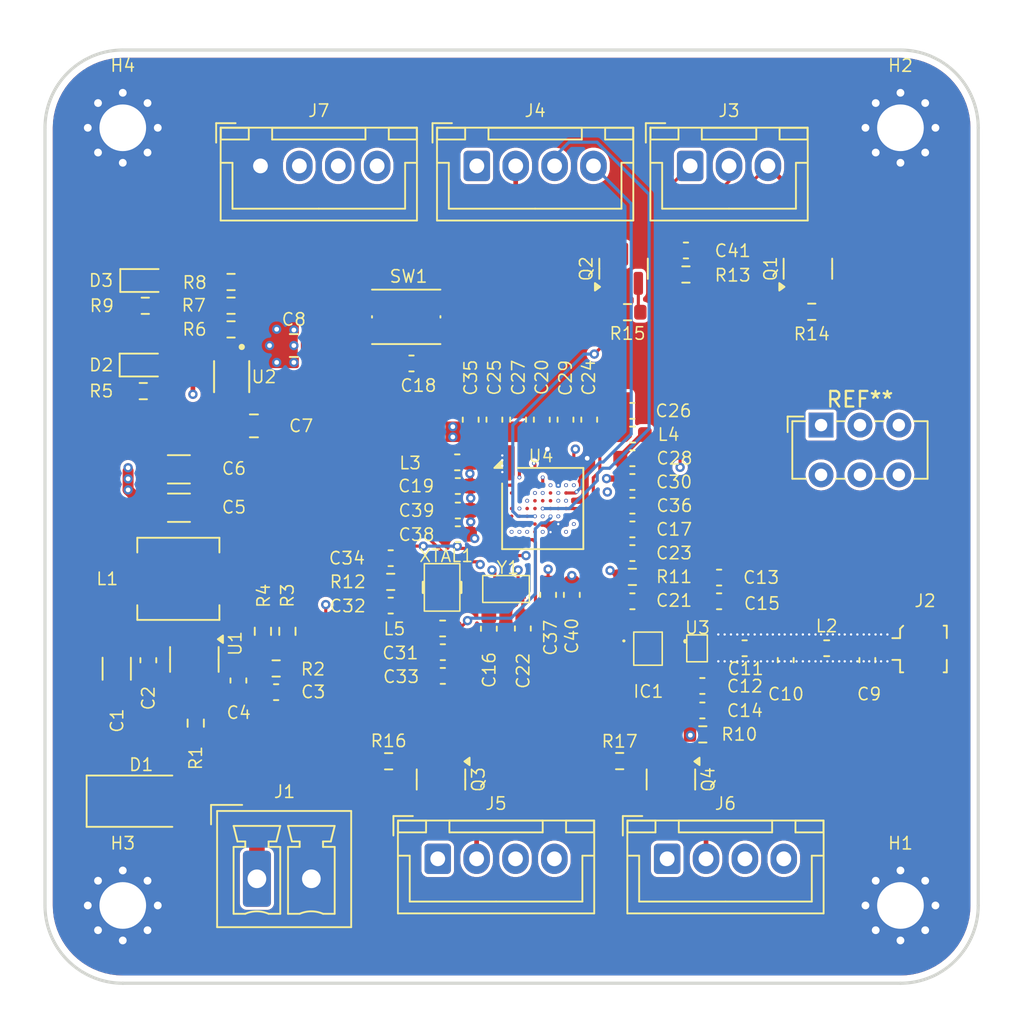
<source format=kicad_pcb>
(kicad_pcb (version 20240108) (generator "pcbnew") (generator_version "8.0")
  (layers (0 "F.Cu" signal) (1 "In1.Cu" signal) (2 "In2.Cu" signal) (31 "B.Cu" signal) (34 "B.Paste" user) (35 "F.Paste" user) (36 "B.SilkS" user "B.Silkscreen") (37 "F.SilkS" user "F.Silkscreen") (38 "B.Mask" user) (39 "F.Mask" user) (44 "Edge.Cuts" user))
  (net 0 "")
  (net 1 "GND")
  (net 2 "12V")
  (net 3 "Net-(U1-FB)")
  (net 4 "Net-(C3-Pad1)")
  (net 5 "Net-(U1-BOOT)")
  (net 6 "+5V")
  (net 7 "VDDRF")
  (net 8 "Net-(J2-In)")
  (net 9 "Net-(C10-Pad2)")
  (net 10 "Net-(U3-RFIN)")
  (net 11 "Net-(U3-VDD)")
  (net 12 "Net-(U3-CTRL)")
  (net 13 "Net-(U4-PC14)")
  (net 14 "Net-(U4-RFO_HP)")
  (net 15 "Net-(U4-NRST)")
  (net 16 "VDDPA")
  (net 17 "Net-(IC1-RFO_IN)")
  (net 18 "Net-(U4-PC15)")
  (net 19 "VREF+")
  (net 20 "PB0")
  (net 21 "Net-(XTAL1-VCC)")
  (net 22 "Net-(C34-Pad1)")
  (net 23 "XTA")
  (net 24 "Net-(D1-A)")
  (net 25 "Net-(IC1-RFO_OUT)")
  (net 26 "Net-(IC1-RFI_IN)")
  (net 27 "Net-(IC1-RFI_N_OUT)")
  (net 28 "Net-(IC1-RFI_P_OUT)")
  (net 29 "/AirLora V3/MCU/PA9_TX")
  (net 30 "/AirLora V3/MCU/PA10_RX")
  (net 31 "/AirLora V3/MCU/PA2_TX")
  (net 32 "/AirLora V3/MCU/PA3_RX")
  (net 33 "Net-(J4-Pin_2)")
  (net 34 "/AirLora V3/MCU/PB9_SDA")
  (net 35 "Net-(J5-Pin_2)")
  (net 36 "/AirLora V3/MCU/PB8_SCL")
  (net 37 "/AirLora V3/MCU/T_SWCLK")
  (net 38 "/AirLora V3/MCU/T_SWDIO")
  (net 39 "Net-(U4-VLXSMPS)")
  (net 40 "Net-(Q1-B)")
  (net 41 "Net-(Q2-B)")
  (net 42 "Net-(Q3-B)")
  (net 43 "Net-(Q4-B)")
  (net 44 "Net-(U2-PG)")
  (net 45 "Net-(U2-NC)")
  (net 46 "Net-(U4-PC13)")
  (net 47 "Net-(XTAL1-OUTPUT)")
  (net 48 "/AirLora V3/MCU/PB14_SDA")
  (net 49 "/AirLora V3/MCU/PB13_SCL")
  (net 50 "/AirLora V3/MCU/PA7")
  (net 51 "/AirLora V3/MCU/PA6")
  (net 52 "/AirLora V3/MCU/PA5")
  (net 53 "/AirLora V3/MCU/PA4")
  (net 54 "/AirLora V3/MCU/PA8")
  (net 55 "Net-(U1-EN)")
  (net 59 "VFBSMSP")
  (net 70 "/AirLora V3/MCU/T_VCP_RX")
  (net 73 "/AirLora V3/MCU/T_VCP_TX")
  (net 76 "/AirLora V3/MCU/T_JTDI")
  (net 79 "/AirLora V3/MCU/T_SWO")
  (net 80 "Net-(D2-K)")
  (net 81 "Net-(D3-K)")
  (net 82 "SW")
  (net 83 "Net-(J3-Pin_3)")
  (net 84 "/AirLora V3/MCU/PA12")
  (net 85 "Net-(J6-Pin_2)")
  (net 86 "/AirLora V3/MCU/PB2")
  (net 87 "/AirLora V3/MCU/PA11")
  (footprint "MountingHole:MountingHole_3mm_Pad_Via" (layer "F.Cu") (at 129.5005 62.9784)
    (property "Reference" "H4")
    (property "Value" "MountingHole_Pad")
  )
  (footprint "Capacitor_SMD:C_0805_2012Metric_Pad1.18x1.45mm_HandSolder" (layer "F.Cu") (at 137.932 82.1436)
    (property "Reference" "C7")
    (property "Value" "1uF")
  )
  (footprint "Button_Switch_THT:SW_E-Switch_EG1271_SPDT" (layer "F.Cu") (at 174.3964 82.0932)
    (property "Reference" "REF**")
    (property "Value" "SW_E-Switch_EG1271_SPDT")
  )
  (footprint "LED_SMD:LED_0603_1608Metric_Pad1.05x0.95mm_HandSolder" (layer "F.Cu") (at 130.9601 78.232)
    (property "Reference" "D2")
    (property "Value" "LED")
  )
  (footprint "Resistor_SMD:R_0603_1608Metric" (layer "F.Cu") (at 140.0844 95.3519 90)
    (property "Reference" "R3")
    (property "Value" "13.3K")
  )
  (footprint "Connector_JST:JST_XH_B4B-XH-A_1x04_P2.50mm_Vertical" (layer "F.Cu") (at 164.5005 109.9784)
    (property "Reference" "J6")
    (property "Value" "I2C")
  )
  (footprint "Capacitor_SMD:C_0603_1608Metric" (layer "F.Cu") (at 155.2225 95.1712 90)
    (property "Reference" "C22")
    (property "Value" "12.5pF")
  )
  (footprint "Capacitor_SMD:C_0603_1608Metric" (layer "F.Cu") (at 151.0439 87.586 180)
    (property "Reference" "C39")
    (property "Value" "100nF")
  )
  (footprint "Capacitor_SMD:C_0603_1608Metric" (layer "F.Cu") (at 166.7643 100.439798 180)
    (property "Reference" "C14")
    (property "Value" "10pF")
  )
  (footprint "Capacitor_SMD:C_0603_1608Metric" (layer "F.Cu") (at 139.3602 99.2635)
    (property "Reference" "C3")
    (property "Value" "75pF")
  )
  (footprint "Capacitor_SMD:C_0603_1608Metric" (layer "F.Cu") (at 151.0439 89.11 180)
    (property "Reference" "C38")
    (property "Value" "33pF")
  )
  (footprint "Capacitor_SMD:C_0603_1608Metric" (layer "F.Cu") (at 162.2659 81.1784)
    (property "Reference" "C26")
    (property "Value" "100nF")
  )
  (footprint "Resistor_SMD:R_0603_1608Metric" (layer "F.Cu") (at 161.9521 74.8349)
    (property "Reference" "R15")
    (property "Value" "1K")
  )
  (footprint "Capacitor_SMD:C_0603_1608Metric" (layer "F.Cu") (at 154.9177 81.744 90)
    (property "Reference" "C27")
    (property "Value" "100nF")
  )
  (footprint "footprint:NT2016SA-32M-END4263A_NDK" (layer "F.Cu") (at 150.031299 92.527999 180)
    (property "Reference" "XTAL1")
    (property "Value" "NT2016SA-32M-END4263A")
  )
  (footprint "Resistor_SMD:R_0603_1608Metric" (layer "F.Cu") (at 146.7267 92.174 180)
    (property "Reference" "R12")
    (property "Value" "220")
  )
  (footprint "Capacitor_SMD:C_0603_1608Metric" (layer "F.Cu") (at 157.9657 81.744 90)
    (property "Reference" "C29")
    (property "Value" "100nF")
  )
  (footprint "Capacitor_SMD:C_0603_1608Metric" (layer "F.Cu") (at 153.0381 95.1842 90)
    (property "Reference" "C16")
    (property "Value" "12.5pF")
  )
  (footprint "Capacitor_SMD:C_0603_1608Metric" (layer "F.Cu") (at 165.7073 70.866)
    (property "Reference" "C41")
    (property "Value" "0.1uF")
  )
  (footprint "Resistor_SMD:R_0603_1608Metric" (layer "F.Cu") (at 162.2651 91.8532)
    (property "Reference" "R11")
    (property "Value" "100")
  )
  (footprint "Package_BGA:ST_UFBGA-73_5x5mm_Layout9x9_P0.5mm" (layer "F.Cu") (at 156.5005 87.4576)
    (property "Reference" "U4")
    (property "Value" "STM32WLE5JCIx")
  )
  (footprint "Connector_JST:JST_XH_B3B-XH-A_1x03_P2.50mm_Vertical" (layer "F.Cu") (at 165.9797 65.4304)
    (property "Reference" "J3")
    (property "Value" "DHT")
  )
  (footprint "Connector_Coaxial:U.FL_Molex_MCRF_73412-0110_Vertical" (layer "F.Cu") (at 180.9781 96.4902 -90)
    (property "Reference" "J2")
    (property "Value" "Conn_Coaxial")
  )
  (footprint "Inductor_SMD:L_0603_1608Metric" (layer "F.Cu") (at 174.757 96.4394)
    (property "Reference" "L2")
    (property "Value" "8.7uH")
  )
  (footprint "Capacitor_SMD:C_0603_1608Metric" (layer "F.Cu") (at 167.8409 93.4212)
    (property "Reference" "C15")
    (property "Value" "1nF")
  )
  (footprint "Capacitor_SMD:C_0603_1608Metric" (layer "F.Cu") (at 162.2659 90.3224 180)
    (property "Reference" "C23")
    (property "Value" "47pF")
  )
  (footprint "Capacitor_SMD:C_0603_1608Metric" (layer "F.Cu") (at 169.4819 96.442598)
    (property "Reference" "C11")
    (property "Value" "33pF")
  )
  (footprint "Capacitor_SMD:C_0603_1608Metric" (layer "F.Cu") (at 148.0625 78.1304)
    (property "Reference" "C18")
    (property "Value" "100nF")
  )
  (footprint "Capacitor_SMD:C_1206_3216Metric_Pad1.33x1.80mm_HandSolder" (layer "F.Cu") (at 133.106 84.9376)
    (property "Reference" "C6")
    (property "Value" "22uF")
  )
  (footprint "Connector_Phoenix_MC:PhoenixContact_MCV_1,5_2-G-3.5_1x02_P3.50mm_Vertical" (layer "F.Cu") (at 138.1255 111.2634)
    (property "Reference" "J1")
    (property "Value" "12V")
  )
  (footprint "Resistor_SMD:R_0603_1608Metric" (layer "F.Cu") (at 134.1916 101.2569 -90)
    (property "Reference" "R1")
    (property "Value" "1k")
  )
  (footprint "Capacitor_SMD:C_0603_1608Metric" (layer "F.Cu") (at 159.4897 81.744 90)
    (property "Reference" "C24")
    (property "Value" "100nF")
  )
  (footprint "Capacitor_SMD:C_1206_3216Metric_Pad1.33x1.80mm_HandSolder" (layer "F.Cu") (at 129.1116 97.7577 -90)
    (property "Reference" "C1")
    (property "Value" "10uF")
  )
  (footprint "Capacitor_SMD:C_0603_1608Metric" (layer "F.Cu") (at 167.8409 91.8972)
    (property "Reference" "C13")
    (property "Value" "10pF")
  )
  (footprint "Resistor_SMD:R_0603_1608Metric" (layer "F.Cu") (at 138.5096 95.3519 90)
    (property "Reference" "R4")
    (property "Value" "49.9")
  )
  (footprint "Capacitor_SMD:C_0603_1608Metric" (layer "F.Cu") (at 150.0787 96.6952 180)
    (property "Reference" "C31")
    (property "Value" "10pF")
  )
  (footprint "Capacitor_SMD:C_0603_1608Metric" (layer "F.Cu") (at 146.7259 93.698)
    (property "Reference" "C32")
    (property "Value" "5.1pF")
  )
  (footprint "Capacitor_SMD:C_0603_1608Metric" (layer "F.Cu") (at 166.7643 98.864998 180)
    (property "Reference" "C12")
    (property "Value" "1nF")
  )
  (footprint "footprint:XTAL_NX2012SA-32.768K-STD-MUB-1" (layer "F.Cu") (at 154.1677 92.6312 180)
    (property "Reference" "Y1")
    (property "Value" "NX2012SA 32.768KHz")
  )
  (footprint "Inductor_SMD:L_Vishay_IHLP-2020" (layer "F.Cu") (at 133.074 91.9784 180)
    (property "Reference" "L1")
    (property "Value" "15uH")
  )
  (footprint "Capacitor_SMD:C_0603_1608Metric" (layer "F.Cu") (at 156.4417 81.744 90)
    (property "Reference" "C20")
    (property "Value" "4.7uF")
  )
  (footprint "footprint:BALFHBWL05D3" (layer "F.Cu") (at 163.2689 96.4666)
    (property "Reference" "IC1")
    (property "Value" "BALFHB-WL-05D3" (hide yes))
  )
  (footprint "footprint:BGS12SN6E6327XTSA1" (layer "F.Cu") (at 166.4225 96.447601)
    (property "Reference" "U3")
    (property "Value" "BGS12WN6E6327")
  )
  (footprint "Capacitor_SMD:C_0603_1608Metric" (layer "F.Cu") (at 153.3937 81.744 90)
    (property "Reference" "C25")
    (property "Value" "100nF")
  )
  (footprint "Capacitor_SMD:C_0805_2012Metric_Pad1.18x1.45mm_HandSolder" (layer "F.Cu") (at 140.5005 76.9784)
    (property "Reference" "C8")
    (property "Value" "1uF")
  )
  (footprint "Capacitor_SMD:C_0603_1608Metric" (layer "F.Cu") (at 158.3721 93.0086 -90)
    (property "Reference" "C40")
    (property "Value" "33pF")
  )
  (footprint "Package_TO_SOT_SMD:SOT-23" (layer "F.Cu") (at 173.5505 72.0409 90)
    (property "Reference" "Q1")
    (property "Value" "S8050")
  )
  (footprint "Resistor_SMD:R_0603_1608Metric" (layer "F.Cu") (at 136.4619 75.9408)
    (property "Reference" "R6")
    (property "Value" "10K")
  )
  (footprint "Capacitor_SMD:C_0603_1608Metric" (layer "F.Cu") (at 162.2659 87.2744)
    (property "Reference" "C36")
    (property "Value" "100nF")
  )
  (footprint "Inductor_SMD:L_0603_1608Metric" (layer "F.Cu") (at 150.0662 95.1712)
    (property "Reference" "L5")
    (property "Value" "1400R 1GHz")
  )
  (footprint "Inductor_SMD:L_0603_1608Metric" (layer "F.Cu") (at 162.2784 82.7024)
    (property "Reference" "L4")
    (property "Value" "600R@100MHz")
  )
  (footprint "Resistor_SMD:R_0603_1608Metric" (layer "F.Cu") (at 165.7073 72.4108)
    (property "Reference" "R13")
    (property "Value" "1K")
  )
  (footprint "Resistor_SMD:R_0603_1608Metric" (layer "F.Cu") (at 139.361 97.7395)
    (property "Reference" "R2")
    (property "Value" "100K")
  )
  (footprint "Connector_JST:JST_XH_B4B-XH-A_1x04_P2.50mm_Vertical" (layer "F.Cu") (at 138.3537 65.4304)
    (property "Reference" "J7")
    (property "Value" "UART2")
  )
  (footprint "footprint:TPS7A2633DRVR" (layer "F.Cu") (at 136.5005 78.9784 -90)
    (property "Reference" "U2")
    (property "Value" "TPS7A2633DRVR")
  )
  (footprint "Capacitor_SMD:C_0603_1608Metric" (layer "F.Cu") (at 162.2659 88.7984 180)
    (property "Reference" "C17")
    (property "Value" "68pF")
  )
  (footprint "Diode_SMD:D_SMA" (layer "F.Cu") (at 130.6873 106.2736)
    (property "Reference" "D1")
    (property "Value" "1N4007")
  )
  (footprint "Capacitor_SMD:C_0603_1608Metric" (layer "F.Cu") (at 136.9348 98.5145 90)
    (property "Reference" "C4")
    (property "Value" "0.1uF")
  )
  (footprint "Package_TO_SOT_SMD:SOT-23-6" (layer "F.Cu") (at 134.103 97.1608 -90)
    (property "Reference" "U1")
    (property "Value" "TPS54202DDC")
  )
  (footprint "Connector_JST:JST_XH_B4B-XH-A_1x04_P2.50mm_Vertical" (layer "F.Cu") (at 149.7505 109.9784)
    (property "Reference" "J5")
    (property "Value" "UART2")
  )
  (footprint "Capacitor_SMD:C_1206_3216Metric_Pad1.33x1.80mm_HandSolder" (layer "F.Cu") (at 133.1125 87.4064)
    (property "Reference" "C5")
    (property "Value" "22uF")
  )
  (footprint "Package_TO_SOT_SMD:SOT-23" (layer "F.Cu") (at 161.6981 72.0409 90)
    (property "Reference" "Q2")
    (property "Value" "S8050")
  )
  (footprint "MountingHole:MountingHole_3mm_Pad_Via" (layer "F.Cu") (at 179.5005 62.9784)
    (property "Reference" "H2")
    (property "Value" "MountingHole_Pad")
  )
  (footprint "Capacitor_SMD:C_0603_1608Metric" (layer "F.Cu") (at 162.2659 93.4212 180)
    (property "Reference" "C21")
    (property "Value" "100pF")
  )
  (footprint "Resistor_SMD:R_0603_1608Metric" (layer "F.Cu") (at 130.9479 74.422)
    (property "Reference" "R9")
    (property "Value" "1k")
  )
  (footprint "Capacitor_SMD:C_0603_1608Metric" (layer "F.Cu") (at 156.8481 93.0086 -90)
    (property "Reference" "C37")
    (property "Value" "33pF")
  )
  (footprint "Connector_JST:JST_XH_B4B-XH-A_1x04_P2.50mm_Vertical" (layer "F.Cu") (at 152.2637 65.4304)
    (property "Reference" "J4")
    (property "Value" "UART1")
  )
  (footprint "MountingHole:MountingHole_3mm_Pad_Via" (layer "F.Cu") (at 179.5005 112.9784)
    (property "Reference" "H1")
    (property "Value" "MountingHole_Pad")
  )
  (footprint "LED_SMD:LED_0603_1608Metric_Pad1.05x0.95mm_HandSolder" (layer "F.Cu") (at 130.9995 72.7964)
    (property "Reference" "D3")
    (property "Value" "LED")
  )
  (footprint "Capacitor_SMD:C_0603_1608Metric" (layer "F.Cu") (at 177.3713 97.204598 90)
    (property "Reference" "C9")
    (property "Value" "3.3pF")
  )
  (footprint "Capacitor_SMD:C_0603_1608Metric" (layer "F.Cu") (at 150.0787 98.2192 180)
    (property "Reference" "C33")
    (property "Value" "10pF")
  )
  (footprint "Capacitor_SMD:C_0603_1608Metric" (layer "F.Cu") (at 162.2659 85.7504)
    (property "Reference" "C30")
    (property "Value" "100nF")
  )
  (footprint "Resistor_SMD:R_0603_1608Metric" (layer "F.Cu") (at 166.7927 101.9784)
    (property "Reference" "R10")
    (property "Value" "100")
  )
  (footprint "Button_Switch_SMD:SW_Push_1P1T_NO_Vertical_Wuerth_434133025816" (layer "F.Cu") (at 147.7241 75.1332)
    (property "Reference" "SW1")
    (property "Value" "SW_Push")
  )
  (footprint "Resistor_SMD:R_0603_1608Metric" (layer "F.Cu") (at 136.4619 74.4168 180)
    (property "Reference" "R7")
    (property "Value" "1.96M")
  )
  (footprint "Package_TO_SOT_SMD:SOT-23" (layer "F.Cu") (at 164.7421 104.8789 -90)
    (property "Reference" "Q4")
    (property "Value" "S8050")
  )
  (footprint "Capacitor_SMD:C_0603_1608Metric" (layer "F.Cu") (at 162.2659 84.2264)
    (property "Reference" "C28")
    (property "Value" "4.7uF")
  )
  (footprint "MountingHole:MountingHole_3mm_Pad_Via" (layer "F.Cu") (at 129.5005 112.9784)
    (property "Reference" "H3")
    (property "Value" "MountingHole_Pad")
  )
  (footprint "Resistor_SMD:R_0603_1608Metric" (layer "F.Cu") (at 173.7969 74.8072 180)
    (property "Reference" "R14")
    (property "Value" "1K")
  )
  (footprint "Capacitor_SMD:C_0603_1608Metric" (layer "F.Cu") (at 146.7259 90.65)
    (property "Reference" "C34")
    (property "Value" "10pF")
  )
  (footprint "Capacitor_SMD:C_0603_1608Metric" (layer "F.Cu") (at 151.8697 81.747 90)
    (property "Reference" "C35")
    (property "Value" "4.7uF")
  )
  (footprint "Capacitor_SMD:C_0603_1608Metric_Pad1.08x0.95mm_HandSolder" (layer "F.Cu") (at 151.0061 84.4872 180)
    (property "Reference" "L3")
    (property "Value" "15uH")
  )
  (footprint "Resistor_SMD:R_0603_1608Metric" (layer "F.Cu") (at 136.4619 72.8928 180)
    (property "Reference" "R8")
    (property "Value" "1.18M")
  )
  (footprint "Capacitor_SMD:C_0603_1608Metric" (layer "F.Cu") (at 172.1235 97.204598 90)
    (property "Reference" "C10")
    (property "Value" "3.3pF")
  )
  (footprint "Capacitor_SMD:C_0603_1608Metric" (layer "F.Cu") (at 131.1436 97.2119 -90)
    (property "Reference" "C2")
    (property "Value" "0.1uF")
  )
  (footprint "Resistor_SMD:R_0603_1608Metric" (layer "F.Cu") (at 161.4465 103.6966)
    (property "Reference" "R17")
    (property "Value" "1K")
  )
  (footprint "Resistor_SMD:R_0603_1608Metric" (layer "F.Cu") (at 130.8199 79.9084)
    (property "Reference" "R5")
    (property "Value" "1k")
  )
  (footprint "Resistor_SMD:R_0603_1608Metric" (layer "F.Cu") (at 146.5943 103.708)
    (property "Reference" "R16")
    (property "Value" "1K")
  )
  (footprint "Package_TO_SOT_SMD:SOT-23" (layer "F.Cu") (at 149.9593 104.8789 -90)
    (property "Reference" "Q3")
    (property "Value" "S8050")
  )
  (footprint "Capacitor_SMD:C_0603_1608Metric" (layer "F.Cu") (at 151.0439 86.0112 180)
    (property "Reference" "C19")
    (property "Value" "470nF")
  )
  (gr_line (start 179.5005 57.9784) (end 129.5005 57.9784) (stroke (width 0.2)) (layer "Edge.Cuts"))
  (gr_line (start 184.5005 112.9784) (end 184.5005 62.9784) (stroke (width 0.2)) (layer "Edge.Cuts"))
  (gr_arc (start 184.5005 112.9784) (mid 183.036034 116.513934) (end 179.5005 117.9784) (stroke (width 0.2)) (layer "Edge.Cuts"))
  (gr_arc (start 124.5005 62.9784) (mid 125.964966 59.442866) (end 129.5005 57.9784) (stroke (width 0.2)) (layer "Edge.Cuts"))
  (gr_arc (start 179.5005 57.9784) (mid 183.036034 59.442866) (end 184.5005 62.9784) (stroke (width 0.2)) (layer "Edge.Cuts"))
  (gr_arc (start 129.5005 117.9784) (mid 125.964966 116.513934) (end 124.5005 112.9784) (stroke (width 0.2)) (layer "Edge.Cuts"))
  (gr_line (start 124.5005 62.9784) (end 124.5005 112.9784) (stroke (width 0.2)) (layer "Edge.Cuts"))
  (gr_line (start 129.5005 117.9784) (end 179.5005 117.9784) (stroke (width 0.2)) (layer "Edge.Cuts"))
  (segment (start 159.3596 84.2264) (end 159.3596 84.4296) (width 0.2) (layer "F.Cu") (net 1))
  (segment (start 157.5005 88.4576) (end 156.5005 88.4576) (width 0.2) (layer "F.Cu") (net 1))
  (segment (start 159.3596 85.301886) (end 159.3596 84.2264) (width 0.2) (layer "F.Cu") (net 1))
  (segment (start 158.762 86.9576) (end 159.353765 86.365835) (width 0.2) (layer "F.Cu") (net 1))
  (segment (start 159.353765 85.307721) (end 159.3596 85.301886) (width 0.2) (layer "F.Cu") (net 1))
  (segment (start 157.5005 88.4576) (end 158.0005 88.4576) (width 0.2) (layer "F.Cu") (net 1))
  (segment (start 159.353765 86.365835) (end 159.353765 85.307721) (width 0.2) (layer "F.Cu") (net 1))
  (segment (start 166.2193 96.447601) (end 165.947701 96.447601) (width 0.2) (layer "F.Cu") (net 1))
  (segment (start 157.0005 88.9576) (end 157.0005 88.9736) (width 0.2) (layer "F.Cu") (net 1))
  (segment (start 157.0005 88.9736) (end 157.0005 88.4576) (width 0.2) (layer "F.Cu") (net 1))
  (segment (start 158.5005 86.9576) (end 158.762 86.9576) (width 0.2) (layer "F.Cu") (net 1))
  (via (at 177.1373 97.282) (size 0.25) (drill 0.15) (layers "F.Cu" "B.Cu") (net 1))
  (via (at 170.9397 97.282) (size 0.25) (drill 0.15) (layers "F.Cu" "B.Cu") (net 1))
  (via (at 157.5005 85.9576) (size 0.25) (drill 0.15) (layers "F.Cu" "B.Cu") (net 1))
  (via (at 175.9181 97.282) (size 0.25) (drill 0.15) (layers "F.Cu" "B.Cu") (net 1))
  (via (at 170.9397 95.5548) (size 0.25) (drill 0.15) (layers "F.Cu" "B.Cu") (net 1))
  (via (at 159.3596 84.2264) (size 0.6) (drill 0.3) (layers "F.Cu" "B.Cu") (net 1))
  (via (at 168.1965 95.5548) (size 0.25) (drill 0.15) (layers "F.Cu" "B.Cu") (net 1))
  (via (at 156.7973 83.6396) (size 0.6) (drill 0.3) (layers "F.Cu" "B.Cu") (net 1))
  (via (at 168.6029 95.5548) (size 0.25) (drill 0.15) (layers "F.Cu" "B.Cu") (net 1))
  (via (at 170.5333 97.282) (size 0.25) (drill 0.15) (layers "F.Cu" "B.Cu") (net 1))
  (via (at 171.7017 97.282) (size 0.25) (drill 0.15) (layers "F.Cu" "B.Cu") (net 1))
  (via (at 177.4929 97.282) (size 0.25) (drill 0.15) (layers "F.Cu" "B.Cu") (net 1))
  (via (at 170.1269 95.5548) (size 0.25) (drill 0.15) (layers "F.Cu" "B.Cu") (net 1))
  (via (at 153.9017 84.7064) (size 0.25) (drill 0.15) (layers "F.Cu" "B.Cu") (net 1))
  (via (at 169.7205 97.282) (size 0.25) (drill 0.15) (layers "F.Cu" "B.Cu") (net 1))
  (via (at 175.1561 97.282) (size 0.25) (drill 0.15) (layers "F.Cu" "B.Cu") (net 1))
  (via (at 169.0093 95.5548) (size 0.25) (drill 0.15) (layers "F.Cu" "B.Cu") (net 1))
  (via (at 175.9181 95.5548) (size 0.25) (drill 0.15) (layers "F.Cu" "B.Cu") (net 1))
  (via (at 171.2953 95.5548) (size 0.25) (drill 0.15) (layers "F.Cu" "B.Cu") (net 1))
  (via (at 172.0573 97.282) (size 0.25) (drill 0.15) (layers "F.Cu" "B.Cu") (net 1))
  (via (at 167.7901 95.5548) (size 0.25) (drill 0.15) (layers "F.Cu" "B.Cu") (net 1))
  (via (at 174.8005 97.282) (size 0.25) (drill 0.15) (layers "F.Cu" "B.Cu") (net 1))
  (via (at 173.2257 97.282) (size 0.25) (drill 0.15) (layers "F.Cu" "B.Cu") (net 1))
  (via (at 172.4637 97.282) (size 0.25) (drill 0.15) (layers "F.Cu" "B.Cu") (net 1))
  (via (at 157.5005 88.4576) (size 0.25) (drill 0.15) (layers "F.Cu" "B.Cu") (net 1))
  (via (at 178.2549 95.5548) (size 0.25) (drill 0.15) (layers "F.Cu" "B.Cu") (net 1))
  (via (at 176.7309 97.282) (size 0.25) (drill 0.15) (layers "F.Cu" "B.Cu") (net 1))
  (via (at 172.8193 97.282) (size 0.25) (drill 0.15) (layers "F.Cu" "B.Cu") (net 1))
  (via (at 168.1965 97.282) (size 0.25) (drill 0.15) (layers "F.Cu" "B.Cu") (net 1))
  (via (at 172.0573 95.5548) (size 0.25) (drill 0.15) (layers "F.Cu" "B.Cu") (net 1))
  (via (at 172.4637 95.5548) (size 0.25) (drill 0.15) (layers "F.Cu" "B.Cu") (net 1))
  (via (at 172.8193 95.5548) (size 0.25) (drill 0.15) (layers "F.Cu" "B.Cu") (net 1))
  (via (at 170.1269 97.282) (size 0.25) (drill 0.15) (layers "F.Cu" "B.Cu") (net 1))
  (via (at 174.8005 95.5548) (size 0.25) (drill 0.15) (layers "F.Cu" "B.Cu") (net 1))
  (via (at 153.9017 85.1128) (size 0.25) (drill 0.15) (layers "F.Cu" "B.Cu") (net 1))
  (via (at 175.1561 95.5548) (size 0.25) (drill 0.15) (layers "F.Cu" "B.Cu") (net 1))
  (via (at 178.2549 97.282) (size 0.25) (drill 0.15) (layers "F.Cu" "B.Cu") (net 1))
  (via (at 174.3941 95.5548) (size 0.25) (drill 0.15) (layers "F.Cu" "B.Cu") (net 1))
  (via (at 178.6613 95.5548) (size 0.25) (drill 0.15) (layers "F.Cu" "B.Cu") (net 1))
  (via (at 176.3245 97.282) (size 0.25) (drill 0.15) (layers "F.Cu" "B.Cu") (net 1))
  (via (at 168.6029 97.282) (size 0.25) (drill 0.15) (layers "F.Cu" "B.Cu") (net 1))
  (via (at 153.9017 84.046) (size 0.25) (drill 0.15) (layers "F.Cu" "B.Cu") (net 1))
  (via (at 153.9017 84.3508) (size 0.25) (drill 0.15) (layers "F.Cu" "B.Cu") (net 1))
  (via (at 178.6613 97.282) (size 0.25) (drill 0.15) (layers "F.Cu" "B.Cu") (net 1))
  (via (at 177.1373 95.5548) (size 0.25) (drill 0.15) (layers "F.Cu" "B.Cu") (net 1))
  (via (at 169.7205 95.5548) (size 0.25) (drill 0.15) (layers "F.Cu" "B.Cu") (net 1))
  (via (at 171.7017 95.5548) (size 0.25) (drill 0.15) (layers "F.Cu" "B.Cu") (net 1))
  (via (at 170.5333 95.5548) (size 0.25) (drill 0.15) (layers "F.Cu" "B.Cu") (net 1))
  (via (at 176.3245 95.5548) (size 0.25) (drill 0.15) (layers "F.Cu" "B.Cu") (net 1))
  (via (at 169.0093 97.282) (size 0.25) (drill 0.15) (layers "F.Cu" "B.Cu") (net 1))
  (via (at 176.7309 95.5548) (size 0.25) (drill 0.15) (layers "F.Cu" "B.Cu") (net 1))
  (via (at 157.0005 88.9736) (size 0.25) (drill 0.15) (layers "F.Cu" "B.Cu") (net 1))
  (via (at 175.5625 97.282) (size 0.25) (drill 0.15) (layers "F.Cu" "B.Cu") (net 1))
  (via (at 169.3649 95.5548) (size 0.25) (drill 0.15) (layers "F.Cu" "B.Cu") (net 1))
  (via (at 171.2953 97.282) (size 0.25) (drill 0.15) (layers "F.Cu" "B.Cu") (net 1))
  (via (at 174.0385 97.282) (size 0.25) (drill 0.15) (layers "F.Cu" "B.Cu") (net 1))
  (via (at 174.0385 95.5548) (size 0.25) (drill 0.15) (layers "F.Cu" "B.Cu") (net 1))
  (via (at 173.6321 97.282) (size 0.25) (drill 0.15) (layers "F.Cu" "B.Cu") (net 1))
  (via (at 177.8993 95.5548) (size 0.25) (drill 0.15) (layers "F.Cu" "B.Cu") (net 1))
  (via (at 169.3649 97.282) (size 0.25) (drill 0.15) (layers "F.Cu" "B.Cu") (net 1))
  (via (at 177.8993 97.282) (size 0.25) (drill 0.15) (layers "F.Cu" "B.Cu") (net 1))
  (via (at 167.7901 97.282) (size 0.25) (drill 0.15) (layers "F.Cu" "B.Cu") (net 1))
  (via (at 174.3941 97.282) (size 0.25) (drill 0.15) (layers "F.Cu" "B.Cu") (net 1))
  (via (at 173.2257 95.5548) (size 0.25) (drill 0.15) (layers "F.Cu" "B.Cu") (net 1))
  (via (at 177.4929 95.5548) (size 0.25) (drill 0.15) (layers "F.Cu" "B.Cu") (net 1))
  (via (at 175.5625 95.5548) (size 0.25) (drill 0.15) (layers "F.Cu" "B.Cu") (net 1))
  (via (at 173.6321 95.5548) (size 0.25) (drill 0.15) (layers "F.Cu" "B.Cu") (net 1))
  (segment (start 126.3373 103.7844) (end 126.3373 97.8408) (width 1) (layer "F.Cu") (net 2))
  (segment (start 126.3373 97.8408) (end 126.3373 85.6488) (width 1) (layer "F.Cu") (net 2))
  (segment (start 126.3373 85.6488) (end 129.8425 82.1436) (width 1) (layer "F.Cu") (net 2))
  (segment (start 128.6873 106.1344) (end 126.3373 103.7844) (width 1) (layer "F.Cu") (net 2))
  (segment (start 129.8425 82.1436) (end 136.8945 82.1436) (width 1) (layer "F.Cu") (net 2))
  (segment (start 127.9829 96.1952) (end 129.1116 96.1952) (width 1) (layer "F.Cu") (net 2))
  (segment (start 128.6873 106.2736) (end 128.6873 106.1344) (width 1) (layer "F.Cu") (net 2))
  (segment (start 126.3373 97.8408) (end 127.9829 96.1952) (width 1) (layer "F.Cu") (net 2))
  (segment (start 140.1352 96.2277) (end 140.0844 96.1769) (width 0.2) (layer "F.Cu") (net 3))
  (segment (start 140.1352 100.5517) (end 140.1352 99.2635) (width 0.2) (layer "F.Cu") (net 3))
  (segment (start 133.733352 101.1613) (end 139.5256 101.1613) (width 0.2) (layer "F.Cu") (net 3))
  (segment (start 133.153 100.580948) (end 133.733352 101.1613) (width 0.2) (layer "F.Cu") (net 3))
  (segment (start 140.1352 99.2635) (end 140.1352 96.2277) (width 0.2) (layer "F.Cu") (net 3))
  (segment (start 133.153 98.2983) (end 133.153 100.580948) (width 0.2) (layer "F.Cu") (net 3))
  (segment (start 139.5256 101.1613) (end 140.1352 100.5517) (width 0.2) (layer "F.Cu") (net 3))
  (segment (start 138.5852 99.2635) (end 138.5852 96.2525) (width 0.2) (layer "F.Cu") (net 4))
  (segment (start 138.5852 96.2525) (end 138.5096 96.1769) (width 0.2) (layer "F.Cu") (net 4))
  (segment (start 136.9348 99.2895) (end 135.4694 99.2895) (width 0.2) (layer "F.Cu") (net 5))
  (segment (start 135.053 98.8731) (end 135.053 98.2983) (width 0.2) (layer "F.Cu") (net 5))
  (segment (start 135.4694 99.2895) (end 135.053 98.8731) (width 0.2) (layer "F.Cu") (net 5))
  (segment (start 130.9905 87.4064) (end 130.2489 86.6648) (width 0.7) (layer "F.Cu") (net 6))
  (segment (start 164.9323 70.866) (end 164.9323 66.4778) (width 0.2) (layer "F.Cu") (net 6))
  (segment (start 131.55 87.4064) (end 130.9905 87.4064) (width 0.7) (layer "F.Cu") (net 6))
  (segment (start 132.058 88.9304) (end 131.55 88.4224) (width 0.2) (layer "F.Cu") (net 6))
  (segment (start 133.2969 78.232) (end 131.8351 78.232) (width 0.3) (layer "F.Cu") (net 6))
  (segment (start 129.8425 86.2584) (end 129.8425 85.0392) (width 0.7) (layer "F.Cu") (net 6))
  (segment (start 137.6071 88.9304) (end 132.058 88.9304) (width 0.2) (layer "F.Cu") (net 6))
  (segment (start 138.5096 94.5269) (end 138.5096 89.8329) (width 0.2) (layer "F.Cu") (net 6))
  (segment (start 164.9323 66.4778) (end 165.9797 65.4304) (width 0.2) (layer "F.Cu") (net 6))
  (segment (start 134.010459 78.945559) (end 133.2969 78.232) (width 0.3) (layer "F.Cu") (net 6))
  (segment (start 130.2489 86.6648) (end 129.8425 86.2584) (width 0.7) (layer "F.Cu") (net 6))
  (segment (start 131.55 88.4224) (end 131.55 87.4064) (width 0.2) (layer "F.Cu") (net 6))
  (segment (start 138.5096 89.8329) (end 137.6071 88.9304) (width 0.2) (layer "F.Cu") (net 6))
  (segment (start 130.6475 91.9784) (end 130.6475 88.3089) (width 0.7) (layer "F.Cu") (net 6))
  (segment (start 130.6475 88.3089) (end 131.55 87.4064) (width 0.7) (layer "F.Cu") (net 6))
  (segment (start 134.010459 80.113959) (end 134.010459 78.945559) (width 0.3) (layer "F.Cu") (net 6))
  (via (at 129.8425 84.836) (size 0.6) (drill 0.3) (layers "F.Cu" "B.Cu") (net 6))
  (via (at 129.8425 86.2584) (size 0.6) (drill 0.3) (layers "F.Cu" "B.Cu") (net 6))
  (via (at 134.010459 80.113959) (size 0.6) (drill 0.3) (layers "F.Cu" "B.Cu") (net 6))
  (via (at 129.8425 85.5472) (size 0.6) (drill 0.3) (layers "F.Cu" "B.Cu") (net 6))
  (segment (start 156.8481 92.2336) (end 156.8481 91.3612) (width 0.2) (layer "F.Cu") (net 7))
  (segment (start 137.2117 77.8972) (end 137.1505 77.9584) (width 0.2) (layer "F.Cu") (net 7))
  (segment (start 139.3838 77.0584) (end 139.3453 77.0969) (width 0.3) (layer "F.Cu") (net 7))
  (segment (start 161.1353 87.2744) (end 161.4909 87.2744) (width 0.2) (layer "F.Cu") (net 7))
  (segment (start 158.0005 87.4576) (end 158.5005 87.4576) (width 0.2) (layer "F.Cu") (net 7))
  (segment (start 137.9197 71.1708) (end 138.8341 72.0852) (width 0.3) (layer "F.Cu") (net 7))
  (segment (start 158.0005 85.4576) (end 158.0005 82.5538) (width 0.2) (layer "F.Cu") (net 7))
  (segment (start 158.5005 87.4576) (end 159.9669 87.4576) (width 0.2) (layer "F.Cu") (net 7))
  (segment (start 161.2993 87.2236) (end 161.4449 87.078) (width 0.2) (layer "F.Cu") (net 7))
  (segment (start 157.5005 85.4576) (end 157.5005 82.9842) (width 0.2) (layer "F.Cu") (net 7))
  (segment (start 159.4897 82.519) (end 160.1724 83.2017) (width 0.2) (layer "F.Cu") (net 7))
  (segment (start 132.3825 71.1708) (end 137.9197 71.1708) (width 0.3) (layer "F.Cu") (net 7))
  (segment (start 131.8745 72.7964) (end 131.8745 71.6788) (width 0.3) (layer "F.Cu") (net 7))
  (segment (start 159.753765 85.473406) (end 159.753765 86.580064) (width 0.2) (layer "F.Cu") (net 7))
  (segment (start 155.0005 82.6018) (end 154.9177 82.519) (width 0.2) (layer "F.Cu") (net 7))
  (segment (start 159.9669 87.4576) (end 160.9521 87.4576) (width 0.2) (layer "F.Cu") (net 7))
  (segment (start 157.5005 82.9842) (end 157.9657 82.519) (width 0.2) (layer "F.Cu") (net 7))
  (segment (start 156.8989 91.3104) (end 156.8481 91.3612) (width 0.2) (layer "F.Cu") (net 7))
  (segment (start 137.2869 74.4168) (end 137.2869 75.9408) (width 0.2) (layer "F.Cu") (net 7))
  (segment (start 155.0005 85.4576) (end 155.0005 82.6018) (width 0.2) (layer "F.Cu") (net 7))
  (segment (start 160.1724 85.054771) (end 159.753765 85.473406) (width 0.2) (layer "F.Cu") (net 7))
  (segment (start 159.753765 86.580064) (end 160.631301 87.4576) (width 0.2) (layer "F.Cu") (net 7))
  (segment (start 160.9521 87.4576) (end 161.1353 87.2744) (width 0.2) (layer "F.Cu") (net 7))
  (segment (start 138.8341 73.7616) (end 138.1789 74.4168) (width 0.3) (layer "F.Cu") (net 7))
  (segment (start 160.1724 83.2017) (end 160.1724 85.054771) (width 0.2) (layer "F.Cu") (net 7))
  (segment (start 158.0005 82.5538) (end 157.9657 82.519) (width 0.2) (layer "F.Cu") (net 7))
  (segment (start 160.631301 87.4576) (end 160.9521 87.4576) (width 0.2) (layer "F.Cu") (net 7))
  (segment (start 138.1789 74.4168) (end 137.2869 74.4168) (width 0.3) (layer "F.Cu") (net 7))
  (segment (start 131.8745 71.6788) (end 132.3825 71.1708) (width 0.3) (layer "F.Cu") (net 7))
  (segment (start 138.8341 72.0852) (end 138.8341 73.7616) (width 0.3) (layer "F.Cu") (net 7))
  (via (at 140.5005 75.9784) (size 0.6) (drill 0.3) (layers "F.Cu" "B.Cu") (net 7))
  (via (at 165.9921 102.0292) (size 0.6) (drill 0.3) (layers "F.Cu" "B.Cu") (net 7))
  (via (at 139.3961 78.064) (size 0.6) (drill 0.3) (layers "F.Cu" "B.Cu") (net 7))
  (via (at 138.938 76.9784) (size 0.6) (drill 0.3) (layers "F.Cu" "B.Cu") (net 7))
  (via (at 155.0005 85.4576) (size 0.25) (drill 0.15) (layers "F.Cu" "B.Cu") (net 7))
  (via (at 140.5005 76.9784) (size 0.6) (drill 0.3) (layers "F.Cu" "B.Cu") (net 7))
  (via (at 140.5005 78.064) (size 0.6) (drill 0.3) (layers "F.Cu" "B.Cu") (net 7))
  (via (at 150.7213 82.1944) (size 0.6) (drill 0.3) (layers "F.Cu" "B.Cu") (net 7))
  (via (at 156.8481 91.3612) (size 0.6) (drill 0.3) (layers "F.Cu" "B.Cu") (net 7))
  (via (at 139.3961 75.9304) (size 0.6) (drill 0.3) (layers "F.Cu" "B.Cu") (net 7))
  (via (at 156.5005 88.9576) (size 0.25) (drill 0.15) (layers "F.Cu" "B.Cu") (net 7))
  (via (at 155.0005 87.4576) (size 0.25) (drill 0.15) (layers "F.Cu" "B.Cu") (net 7))
  (via (at 150.7213 82.8548) (size 0.6) (drill 0.3) (layers "F.Cu" "B.Cu") (net 7))
  (segment (start 175.5445 96.4394) (end 177.361498 96.4394) (width 0.3) (layer "F.Cu") (net 8))
  (segment (start 179.417498 96.429598) (end 179.4781 96.4902) (width 0.3) (layer "F.Cu") (net 8))
  (segment (start 177.3713 96.429598) (end 179.417498 96.429598) (width 0.3) (layer "F.Cu") (net 8))
  (segment (start 177.361498 96.4394) (end 177.3713 96.429598) (width 0.3) (layer "F.Cu") (net 8))
  (segment (start 173.952766 96.429598) (end 172.132692 96.429598) (width 0.3) (layer "F.Cu") (net 9))
  (segment (start 173.964599 96.434499) (end 173.9695 96.4394) (width 0.3) (layer "F.Cu") (net 9))
  (segment (start 172.101307 96.442598) (end 170.2569 96.442598) (width 0.3) (layer "F.Cu") (net 9))
  (arc (start 172.117 96.436098) (mid 172.1098 96.440908) (end 172.101307 96.442598) (width 0.3) (layer "F.Cu") (net 9))
  (arc (start 172.132692 96.429598) (mid 172.124199 96.431287) (end 172.117 96.436098) (width 0.3) (layer "F.Cu") (net 9))
  (arc (start 173.964599 96.434499) (mid 173.95917 96.430871) (end 173.952766 96.429598) (width 0.3) (layer "F.Cu") (net 9))
  (segment (start 166.6257 96.447601) (end 168.701897 96.447601) (width 0.2) (layer "F.Cu") (net 10))
  (segment (start 168.701897 96.447601) (end 168.7069 96.442598) (width 0.1) (layer "F.Cu") (net 10))
  (segment (start 167.4893 97.7112) (end 167.4011 97.623) (width 0.2) (layer "F.Cu") (net 11))
  (segment (start 167.6177 98.943398) (end 167.5393 98.864998) (width 0.3) (layer "F.Cu") (net 11))
  (segment (start 167.5393 98.864998) (end 167.5393 97.7612) (width 0.2) (layer "F.Cu") (net 11))
  (segment (start 167.4011 97.623) (end 166.6257 96.8476) (width 0.2) (layer "F.Cu") (net 11))
  (segment (start 167.5393 97.7612) (end 167.4011 97.623) (width 0.2) (layer "F.Cu") (net 11))
  (segment (start 167.6177 101.9784) (end 167.6177 98.943398) (width 0.3) (layer "F.Cu") (net 11))
  (segment (start 167.0659 93.4212) (end 167.0659 95.607402) (width 0.2) (layer "F.Cu") (net 12))
  (segment (start 167.022501 95.650801) (end 166.702701 95.970601) (width 0.2) (layer "F.Cu") (net 12))
  (segment (start 167.0659 91.8972) (end 163.1341 91.8972) (width 0.3) (layer "F.Cu") (net 12))
  (segment (start 163.1341 91.8972) (end 163.0901 91.8532) (width 0.3) (layer "F.Cu") (net 12))
  (segment (start 167.0659 93.4212) (end 167.0659 91.8972) (width 0.3) (layer "F.Cu") (net 12))
  (segment (start 167.0659 95.607402) (end 167.022501 95.650801) (width 0.2) (layer "F.Cu") (net 12))
  (segment (start 153.0381 94.4092) (end 153.0381 93.0108) (width 0.2) (layer "F.Cu") (net 13))
  (segment (start 153.4177 92.6312) (end 153.4177 91.59324) (width 0.2) (layer "F.Cu") (net 13))
  (segment (start 153.4177 91.59324) (end 153.23888 91.41442) (width 0.2) (layer "F.Cu") (net 13))
  (segment (start 153.0381 93.0108) (end 153.4177 92.6312) (width 0.2) (layer "F.Cu") (net 13))
  (via (at 157.0005 85.9576) (size 0.25) (drill 0.15) (layers "F.Cu" "B.Cu") (net 13))
  (via (at 153.23888 91.41442) (size 0.6) (drill 0.3) (layers "F.Cu" "B.Cu") (net 13))
  (segment (start 161.4449 90.253) (end 161.4449 88.602) (width 0.3) (layer "F.Cu") (net 14))
  (segment (start 162.1281 93.4212) (end 162.2409 93.3084) (width 0.3) (layer "F.Cu") (net 14))
  (segment (start 162.0825 93.4212) (end 161.4909 93.4212) (width 0.3) (layer "F.Cu") (net 14))
  (segment (start 161.4449 90.253) (end 162.2837 91.0918) (width 0.3) (layer "F.Cu") (net 14))
  (segment (start 161.0893 88.9576) (end 161.4449 88.602) (width 0.2) (layer "F.Cu") (net 14))
  (segment (start 162.2837 91.0918) (end 162.2837 93.2656) (width 0.3) (layer "F.Cu") (net 14))
  (segment (start 158.5005 88.9576) (end 161.0893 88.9576) (width 0.2) (layer "F.Cu") (net 14))
  (segment (start 158.5005 89.4576) (end 158.5005 88.9576) (width 0.2) (layer "F.Cu") (net 14))
  (segment (start 152.204746 90.482425) (end 150.277654 90.482425) (width 0.2) (layer "F.Cu") (net 15))
  (segment (start 148.9941 89.198871) (end 148.9941 78.287) (width 0.2) (layer "F.Cu") (net 15))
  (segment (start 145.6491 76.2082) (end 149.7741 76.2082) (width 0.4) (layer "F.Cu") (net 15))
  (segment (start 148.9941 78.287) (end 148.8375 78.1304) (width 0.2) (layer "F.Cu") (net 15))
  (segment (start 152.230771 90.4564) (end 152.204746 90.482425) (width 0.2) (layer "F.Cu") (net 15))
  (segment (start 155.426235 90.481431) (end 155.425241 90.482425) (width 0.2) (layer "F.Cu") (net 15))
  (segment (start 155.425241 90.482425) (end 152.753854 90.482425) (width 0.2) (layer "F.Cu") (net 15))
  (segment (start 150.277654 90.482425) (end 148.9941 89.198871) (width 0.2) (layer "F.Cu") (net 15))
  (segment (start 148.8375 77.1448) (end 149.7741 76.2082) (width 0.2) (layer "F.Cu") (net 15))
  (segment (start 152.753854 90.482425) (end 152.727829 90.4564) (width 0.2) (layer "F.Cu") (net 15))
  (segment (start 152.727829 90.4564) (end 152.230771 90.4564) (width 0.2) (layer "F.Cu") (net 15))
  (segment (start 148.8375 78.1304) (end 148.8375 77.1448) (width 0.2) (layer "F.Cu") (net 15))
  (via (at 156.5005 87.9576) (size 0.25) (drill 0.15) (layers "F.Cu" "B.Cu") (net 15))
  (via (at 155.426235 90.481431) (size 0.6) (drill 0.3) (layers "F.Cu" "B.Cu") (net 15))
  (segment (start 151.8697 86.7892) (end 151.8686 86.7903) (width 0.3) (layer "F.Cu") (net 16))
  (segment (start 151.8686 86.7903) (end 151.8686 88.3121) (width 0.3) (layer "F.Cu") (net 16))
  (segment (start 151.8686 88.3143) (end 151.8686 89.1249) (width 0.3) (layer "F.Cu") (net 16))
  (segment (start 151.8686 86.7881) (end 151.8697 86.7892) (width 0.3) (layer "F.Cu") (net 16))
  (segment (start 151.8686 88.3121) (end 151.8697 88.3132) (width 0.3) (layer "F.Cu") (net 16))
  (segment (start 158.3721 91.7676) (end 158.3721 92.2336) (width 0.2) (layer "F.Cu") (net 16))
  (segment (start 151.8686 84.4872) (end 151.8686 85.1647) (width 0.3) (layer "F.Cu") (net 16))
  (segment (start 151.8697 88.3132) (end 151.8686 88.3143) (width 0.3) (layer "F.Cu") (net 16))
  (segment (start 151.8686 85.1647) (end 151.8189 85.2144) (width 0.3) (layer "F.Cu") (net 16))
  (segment (start 151.8686 89.1249) (end 152.1237 89.38) (width 0.3) (layer "F.Cu") (net 16))
  (segment (start 151.8189 85.2144) (end 151.8686 85.2641) (width 0.3) (layer "F.Cu") (net 16))
  (segment (start 151.8686 85.2641) (end 151.8686 86.7881) (width 0.3) (layer "F.Cu") (net 16))
  (via (at 151.8697 88.3132) (size 0.6) (drill 0.3) (layers "F.Cu" "B.Cu") (net 16))
  (via (at 158.0005 88.9576) (size 0.25) (drill 0.15) (layers "F.Cu" "B.Cu") (net 16))
  (via (at 157.5005 87.9576) (size 0.25) (drill 0.15) (layers "F.Cu" "B.Cu") (net 16))
  (via (at 158.3721 91.7676) (size 0.6) (drill 0.3) (layers "F.Cu" "B.Cu") (net 16))
  (via (at 151.8189 85.2144) (size 0.6) (drill 0.3) (layers "F.Cu" "B.Cu") (net 16))
  (via (at 151.8697 86.7892) (size 0.6) (drill 0.3) (layers "F.Cu" "B.Cu") (net 16))
  (via (at 152.1237 89.38) (size 0.6) (drill 0.3) (layers "F.Cu" "B.Cu") (net 16))
  (segment (start 163.0409 94.4112) (end 163.0409 93.4212) (width 0.2) (layer "F.Cu") (net 17))
  (segment (start 162.5069 95.8946) (end 162.5069 94.9452) (width 0.2) (layer "F.Cu") (net 17))
  (segment (start 162.5069 94.9452) (end 163.0409 94.4112) (width 0.2) (layer "F.Cu") (net 17))
  (segment (start 162.5789 95.9666) (end 162.5069 95.8946) (width 0.2) (layer "F.Cu") (net 17))
  (segment (start 154.9177 92.6312) (end 154.9177 91.412) (width 0.2) (layer "F.Cu") (net 18))
  (segment (start 155.2225 94.3962) (end 155.2225 92.936) (width 0.2) (layer "F.Cu") (net 18))
  (segment (start 155.2225 92.936) (end 154.9177 92.6312) (width 0.2) (layer "F.Cu") (net 18))
  (via (at 156.5005 86.4576) (size 0.25) (drill 0.15) (layers "F.Cu" "B.Cu") (net 18))
  (via (at 154.9177 91.412) (size 0.6) (drill 0.3) (layers "F.Cu" "B.Cu") (net 18))
  (segment (start 161.643382 84.0046) (end 163.0085 82.639482) (width 0.4) (layer "F.Cu") (net 19))
  (segment (start 160.6073 85.532369) (end 161.4585 85.532369) (width 0.4) (layer "F.Cu") (net 19))
  (segment (start 156.5005 85.9576) (end 156.5005 85.4576) (width 0.2) (layer "F.Cu") (net 19))
  (segment (start 163.0085 82.639482) (end 163.0085 82.4806) (width 0.4) (layer "F.Cu") (net 19))
  (segment (start 161.4585 85.532369) (end 161.4585 84.0046) (width 0.4) (layer "F.Cu") (net 19))
  (segment (start 161.4585 84.0046) (end 161.643382 84.0046) (width 0.4) (layer "F.Cu") (net 19))
  (via (at 156.5005 85.4576) (size 0.25) (drill 0.15) (layers "F.Cu" "B.Cu") (net 19))
  (via (at 160.6073 85.532369) (size 0.6) (drill 0.3) (layers "F.Cu" "B.Cu") (net 19))
  (segment (start 150.8537 95.1712) (end 151.1585 95.1712) (width 0.2) (layer "F.Cu") (net 20))
  (segment (start 150.8537 95.1712) (end 150.8537 98.2192) (width 0.2) (layer "F.Cu") (net 20))
  (segment (start 151.1585 95.1712) (end 151.6665 94.6632) (width 0.2) (layer "F.Cu") (net 20))
  (via (at 157.0021 87.9624) (size 0.25) (drill 0.15) (layers "F.Cu" "B.Cu") (net 20))
  (via (at 151.6665 94.6632) (size 0.6) (drill 0.3) (layers "F.Cu" "B.Cu") (net 20))
  (segment (start 156.0255 88.760848) (end 156.403748 88.3826) (width 0.2) (layer "B.Cu") (net 20))
  (segment (start 156.403748 88.3826) (end 156.676541 88.3826) (width 0.2) (layer "B.Cu") (net 20))
  (segment (start 154.4605 94.5108) (end 156.0255 92.9458) (width 0.2) (layer "B.Cu") (net 20))
  (segment (start 151.6665 94.6632) (end 151.8189 94.5108) (width 0.2) (layer "B.Cu") (net 20))
  (segment (start 156.0255 92.9458) (end 156.0255 88.760848) (width 0.2) (layer "B.Cu") (net 20))
  (segment (start 157.0021 88.057041) (end 157.0021 87.9624) (width 0.2) (layer "B.Cu") (net 20))
  (segment (start 156.676541 88.3826) (end 157.0021 88.057041) (width 0.2) (layer "B.Cu") (net 20))
  (segment (start 151.8189 94.5108) (end 154.4605 94.5108) (width 0.2) (layer "B.Cu") (net 20))
  (segment (start 147.8217 93.428) (end 149.4313 93.428) (width 0.2) (layer "F.Cu") (net 21))
  (segment (start 147.5009 93.698) (end 147.5517 93.698) (width 0.2) (layer "F.Cu") (net 21))
  (segment (start 147.5517 93.698) (end 147.8217 93.428) (width 0.2) (layer "F.Cu") (net 21))
  (segment (start 149.2787 95.1712) (end 149.2787 93.5806) (width 0.2) (layer "F.Cu") (net 21))
  (segment (start 149.2787 93.5806) (end 149.4313 93.428) (width 0.2) (layer "F.Cu") (net 21))
  (segment (start 145.9017 90.6992) (end 145.9509 90.65) (width 0.2) (layer "F.Cu") (net 22))
  (segment (start 145.9017 92.174) (end 145.9017 90.6992) (width 0.2) (layer "F.Cu") (net 22))
  (segment (start 147.821657 90.970757) (end 147.5009 90.65) (width 0.2) (layer "F.Cu") (net 23))
  (segment (start 150.111969 90.882425) (end 149.879544 90.65) (width 0.2) (layer "F.Cu") (net 23))
  (segment (start 149.879544 90.65) (end 147.5009 90.65) (width 0.2) (layer "F.Cu") (net 23))
  (segment (start 152.4793 91.0564) (end 152.305325 90.882425) (width 0.2) (layer "F.Cu") (net 23))
  (segment (start 152.305325 90.882425) (end 150.111969 90.882425) (width 0.2) (layer "F.Cu") (net 23))
  (via (at 152.4793 91.0564) (size 0.6) (drill 0.3) (layers "F.Cu" "B.Cu") (net 23))
  (via (at 158.5005 88.4576) (size 0.25) (drill 0.15) (layers "F.Cu" "B.Cu") (net 23))
  (segment (start 132.6873 106.2736) (end 136.4973 106.2736) (width 1) (layer "F.Cu") (net 24))
  (segment (start 136.4973 106.2736) (end 138.1255 107.9018) (width 1) (layer "F.Cu") (net 24))
  (segment (start 138.1255 107.9018) (end 138.1255 111.2634) (width 1) (layer "F.Cu") (net 24))
  (segment (start 163.961054 95.628754) (end 163.9589 95.6266) (width 0.2) (layer "F.Cu") (net 25))
  (segment (start 165.607963 95.628754) (end 163.961054 95.628754) (width 0.2) (layer "F.Cu") (net 25))
  (segment (start 166.192299 96.020601) (end 165.995298 95.8236) (width 0.2) (layer "F.Cu") (net 25))
  (arc (start 165.995298 95.8236) (mid 165.817181 95.695964) (end 165.607963 95.628754) (width 0.2) (layer "F.Cu") (net 25))
  (segment (start 163.960426 97.305074) (end 163.9589 97.3066) (width 0.2) (layer "F.Cu") (net 26))
  (segment (start 166.192299 96.874601) (end 165.976299 97.0906) (width 0.2) (layer "F.Cu") (net 26))
  (segment (start 165.527313 97.305074) (end 163.960426 97.305074) (width 0.2) (layer "F.Cu") (net 26))
  (arc (start 165.976299 97.0906) (mid 165.770138 97.235797) (end 165.527313 97.305074) (width 0.2) (layer "F.Cu") (net 26))
  (segment (start 157.5005 89.3974) (end 157.5005 88.9576) (width 0.2) (layer "F.Cu") (net 27))
  (segment (start 158.588951 90.4748) (end 159.042726 90.4748) (width 0.2) (layer "F.Cu") (net 27))
  (segment (start 157.811485 90.148185) (end 157.8193 90.156) (width 0.2) (layer "F.Cu") (net 27))
  (segment (start 160.1701 91.602173) (end 160.1701 95.02173) (width 0.2) (layer "F.Cu") (net 27))
  (segment (start 161.824969 96.6766) (end 162.5789 96.6766) (width 0.2) (layer "F.Cu") (net 27))
  (arc (start 160.1701 95.02173) (mid 160.296069 95.655021) (end 160.6548 96.1919) (width 0.2) (layer "F.Cu") (net 27))
  (arc (start 157.5005 89.3974) (mid 157.581322 89.803722) (end 157.811485 90.148185) (width 0.2) (layer "F.Cu") (net 27))
  (arc (start 159.8399 90.805) (mid 160.084283 91.170746) (end 160.1701 91.602173) (width 0.2) (layer "F.Cu") (net 27))
  (arc (start 160.6548 96.1919) (mid 161.191678 96.55063) (end 161.824969 96.6766) (width 0.2) (layer "F.Cu") (net 27))
  (arc (start 157.8193 90.156) (mid 158.172418 90.391946) (end 158.588951 90.4748) (width 0.2) (layer "F.Cu") (net 27))
  (arc (start 159.8399 90.805) (mid 159.474153 90.560616) (end 159.042726 90.4748) (width 0.2) (layer "F.Cu") (net 27))
  (segment (start 158.5191 90.9828) (end 158.657368 90.9828) (width 0.2) (layer "F.Cu") (net 28))
  (segment (start 161.7932 97.3066) (end 162.5789 97.3066) (width 0.2) (layer "F.Cu") (net 28))
  (segment (start 157.0005 89.7276) (end 157.0005 89.4576) (width 0.2) (layer "F.Cu") (net 28))
  (segment (start 157.608529 90.605629) (end 157.191418 90.188518) (width 0.2) (layer "F.Cu") (net 28))
  (segment (start 160.451926 96.751026) (end 160.3094 96.6085) (width 0.2) (layer "F.Cu") (net 28))
  (segment (start 159.6113 94.923137) (end 159.6113 91.936731) (width 0.2) (layer "F.Cu") (net 28))
  (arc (start 157.608529 90.605629) (mid 158.026302 90.884776) (end 158.5191 90.9828) (width 0.2) (layer "F.Cu") (net 28))
  (arc (start 159.6113 94.923137) (mid 159.79273 95.835248) (end 160.3094 96.6085) (width 0.2) (layer "F.Cu") (net 28))
  (arc (start 157.0005 89.7276) (mid 157.050117 89.977047) (end 157.191418 90.188518) (width 0.2) (layer "F.Cu") (net 28))
  (arc (start 160.451926 96.751026) (mid 161.067307 97.162211) (end 161.7932 97.3066) (width 0.2) (layer "F.Cu") (net 28))
  (arc (start 159.3319 91.2622) (mid 159.022422 91.055413) (end 158.657368 90.9828) (width 0.2) (layer "F.Cu") (net 28))
  (arc (start 159.3319 91.2622) (mid 159.538686 91.571677) (end 159.6113 91.936731) (width 0.2) (layer "F.Cu") (net 28))
  (via (at 156.5005 87.4576) (size 0.25) (drill 0.15) (layers "F.Cu" "B.Cu") (net 29))
  (segment (start 158.1889 63.9064) (end 157.2637 64.8316) (width 0.2) (layer "B.Cu") (net 29))
  (segment (start 156.5005 87.4576) (end 158.2117 87.4576) (width 0.2) (layer "B.Cu") (net 29))
  (segment (start 160.0073 85.219871) (end 160.358771 84.8684) (width 0.2) (layer "B.Cu") (net 29))
  (segment (start 159.991046 63.9064) (end 158.1889 63.9064) (width 0.2) (layer "B.Cu") (net 29))
  (segment (start 160.358771 84.8684) (end 160.8009 84.8684) (width 0.2) (layer "B.Cu") (net 29))
  (segment (start 160.0073 85.662) (end 160.0073 85.219871) (width 0.2) (layer "B.Cu") (net 29))
  (segment (start 157.2637 64.8316) (end 157.2637 65.4304) (width 0.2) (layer "B.Cu") (net 29))
  (segment (start 163.3397 82.3296) (end 163.3397 67.255054) (width 0.2) (layer "B.Cu") (net 29))
  (segment (start 163.3397 67.255054) (end 159.991046 63.9064) (width 0.2) (layer "B.Cu") (net 29))
  (segment (start 158.2117 87.4576) (end 160.0073 85.662) (width 0.2) (layer "B.Cu") (net 29))
  (segment (start 160.8009 84.8684) (end 163.3397 82.3296) (width 0.2) (layer "B.Cu") (net 29))
  (segment (start 158.6021 86.4576) (end 158.6769 86.3828) (width 0.2) (layer "F.Cu") (net 30))
  (segment (start 158.0005 86.4576) (end 158.6021 86.4576) (width 0.2) (layer "F.Cu") (net 30))
  (via (at 158.6769 86.3828) (size 0.25) (drill 0.15) (layers "F.Cu" "B.Cu") (net 30))
  (segment (start 159.0325 85.628985) (end 160.193085 84.4684) (width 0.2) (layer "B.Cu") (net 30))
  (segment (start 162.1897 67.8564) (end 159.7637 65.4304) (width 0.2) (layer "B.Cu") (net 30))
  (segment (start 158.6769 86.3828) (end 159.0325 86.0272) (width 0.2) (layer "B.Cu") (net 30))
  (segment (start 160.3881 84.4684) (end 162.1897 82.6668) (width 0.2) (layer "B.Cu") (net 30))
  (segment (start 159.0325 86.0272) (end 159.0325 85.628985) (width 0.2) (layer "B.Cu") (net 30))
  (segment (start 160.193085 84.4684) (end 160.3881 84.4684) (width 0.2) (layer "B.Cu") (net 30))
  (segment (start 162.1897 82.6668) (end 162.1897 67.8564) (width 0.2) (layer "B.Cu") (net 30))
  (via (at 155.0005 88.9576) (size 0.25) (drill 0.15) (layers "F.Cu" "B.Cu") (net 31))
  (via (at 154.5005 88.9576) (size 0.25) (drill 0.15) (layers "F.Cu" "B.Cu") (net 32))
  (segment (start 159.1239 68.5292) (end 156.3601 68.5292) (width 0.3) (layer "F.Cu") (net 33))
  (segment (start 156.3601 68.5292) (end 154.7637 66.9328) (width 0.3) (layer "F.Cu") (net 33))
  (segment (start 161.6981 71.1034) (end 159.1239 68.5292) (width 0.3) (layer "F.Cu") (net 33))
  (segment (start 154.7637 66.9328) (end 154.7637 65.4304) (width 0.3) (layer "F.Cu") (net 33))
  (via (at 156.0005 86.4576) (size 0.25) (drill 0.15) (layers "F.Cu" "B.Cu") (net 34))
  (segment (start 152.2505 109.9784) (end 152.2505 108.1076) (width 0.3) (layer "F.Cu") (net 35))
  (segment (start 152.2505 108.1076) (end 149.9593 105.8164) (width 0.3) (layer "F.Cu") (net 35))
  (via (at 155.5005 86.9576) (size 0.25) (drill 0.15) (layers "F.Cu" "B.Cu") (net 36))
  (segment (start 155.9337 84.554) (end 155.9845 84.6048) (width 0.2) (layer "F.Cu") (net 37))
  (segment (start 156.0005 85.4576) (end 156.0005 84.6208) (width 0.2) (layer "F.Cu") (net 37))
  (segment (start 156.0005 84.6208) (end 155.9845 84.6048) (width 0.2) (layer "F.Cu") (net 37))
  (via (at 155.9337 84.554) (size 0.25) (drill 0.15) (layers "F.Cu" "B.Cu") (net 37))
  (via (at 158.0005 85.9576) (size 0.25) (drill 0.15) (layers "F.Cu" "B.Cu") (net 38))
  (segment (start 150.7303 83.7122) (end 152.7551 83.7122) (width 0.2) (layer "F.Cu") (net 39))
  (segment (start 150.1436 84.2989) (end 150.7303 83.7122) (width 0.2) (layer "F.Cu") (net 39))
  (segment (start 153.9337 85.9576) (end 154.5005 85.9576) (width 0.2) (layer "F.Cu") (net 39))
  (segment (start 150.1436 84.4872) (end 150.1436 84.2989) (width 0.2) (layer "F.Cu") (net 39))
  (segment (start 153.2921 84.2492) (end 153.2921 85.316) (width 0.2) (layer "F.Cu") (net 39))
  (segment (start 153.2921 85.316) (end 153.9337 85.9576) (width 0.2) (layer "F.Cu") (net 39))
  (segment (start 152.7551 83.7122) (end 153.2921 84.2492) (width 0.2) (layer "F.Cu") (net 39))
  (segment (start 174.5711 73.049) (end 174.5005 72.9784) (width 0.2) (layer "F.Cu") (net 40))
  (segment (start 174.5711 75.0104) (end 174.5711 73.049) (width 0.2) (layer "F.Cu") (net 40))
  (segment (start 162.6481 74.7059) (end 162.7771 74.8349) (width 0.2) (layer "F.Cu") (net 41))
  (segment (start 162.6481 72.9784) (end 162.6481 74.7059) (width 0.2) (layer "F.Cu") (net 41))
  (segment (start 147.4193 103.708) (end 148.7759 103.708) (width 0.3) (layer "F.Cu") (net 42))
  (segment (start 148.7759 103.708) (end 149.0093 103.9414) (width 0.3) (layer "F.Cu") (net 42))
  (segment (start 163.5473 103.6966) (end 163.7921 103.9414) (width 0.3) (layer "F.Cu") (net 43))
  (segment (start 162.2715 103.6966) (end 163.5473 103.6966) (width 0.3) (layer "F.Cu") (net 43))
  (segment (start 135.6125 77.7204) (end 135.8505 77.9584) (width 0.2) (layer "F.Cu") (net 44))
  (segment (start 135.6125 75.9408) (end 135.6125 77.7204) (width 0.2) (layer "F.Cu") (net 44))
  (segment (start 136.4117 73.6176) (end 136.4117 73.5912) (width 0.2) (layer "F.Cu") (net 45))
  (segment (start 136.5005 75.2804) (end 135.6247 74.4046) (width 0.2) (layer "F.Cu") (net 45))
  (segment (start 135.6247 74.4046) (end 136.4117 73.6176) (width 0.2) (layer "F.Cu") (net 45))
  (segment (start 136.4117 73.5912) (end 137.1101 72.8928) (width 0.2) (layer "F.Cu") (net 45))
  (segment (start 137.1101 72.8928) (end 137.2869 72.8928) (width 0.2) (layer "F.Cu") (net 45))
  (segment (start 136.5005 77.9584) (end 136.5005 75.2804) (width 0.2) (layer "F.Cu") (net 45))
  (segment (start 160.8305 91.44) (end 161.2437 91.8532) (width 0.2) (layer "F.Cu") (net 46))
  (segment (start 161.2437 91.8532) (end 161.4079 91.8532) (width 0.2) (layer "F.Cu") (net 46))
  (via (at 160.8305 91.44) (size 0.6) (drill 0.3) (layers "F.Cu" "B.Cu") (net 46))
  (via (at 157.5005 86.4576) (size 0.25) (drill 0.15) (layers "F.Cu" "B.Cu") (net 46))
  (segment (start 148.885298 92.174) (end 149.4313 91.627998) (width 0.2) (layer "F.Cu") (net 47))
  (segment (start 147.5517 92.174) (end 148.885298 92.174) (width 0.2) (layer "F.Cu") (net 47))
  (via (at 157.5005 86.9576) (size 0.25) (drill 0.15) (layers "F.Cu" "B.Cu") (net 49))
  (via (at 155.5005 88.9576) (size 0.25) (drill 0.15) (layers "F.Cu" "B.Cu") (net 50))
  (segment (start 161.1271 76.219) (end 161.1271 74.8349) (width 0.2) (layer "F.Cu") (net 51))
  (segment (start 159.8185 77.5276) (end 161.1271 76.219) (width 0.2) (layer "F.Cu") (net 51))
  (via (at 156.0005 87.9576) (size 0.25) (drill 0.15) (layers "F.Cu" "B.Cu") (net 51))
  (via (at 159.8185 77.5276) (size 0.6) (drill 0.3) (layers "F.Cu" "B.Cu") (net 51))
  (segment (start 159.1501 77.5276) (end 159.8185 77.5276) (width 0.2) (layer "B.Cu") (net 51))
  (segment (start 156.0005 87.9576) (end 154.899459 87.9576) (width 0.2) (layer "B.Cu") (net 51))
  (segment (start 154.899459 87.9576) (end 154.5755 87.633641) (width 0.2) (layer "B.Cu") (net 51))
  (segment (start 154.5755 82.1022) (end 159.1501 77.5276) (width 0.2) (layer "B.Cu") (net 51))
  (segment (start 154.5755 87.633641) (end 154.5755 82.1022) (width 0.2) (layer "B.Cu") (net 51))
  (segment (start 145.7693 95.6828) (end 144.4221 94.3356) (width 0.2) (layer "F.Cu") (net 52))
  (segment (start 144.4221 94.3356) (end 144.4221 90.3322) (width 0.2) (layer "F.Cu") (net 52))
  (segment (start 148.8217 89.875) (end 144.8793 89.875) (width 0.2) (layer "F.Cu") (net 52))
  (segment (start 144.4221 90.3322) (end 144.8793 89.875) (width 0.2) (layer "F.Cu") (net 52))
  (segment (start 154.666185 90.020234) (end 155.0005 89.685919) (width 0.2) (layer "F.Cu") (net 52))
  (segment (start 151.140696 90.020234) (end 154.666185 90.020234) (width 0.2) (layer "F.Cu") (net 52))
  (segment (start 155.0005 89.685919) (end 155.0005 89.4576) (width 0.2) (layer "F.Cu") (net 52))
  (segment (start 151.002887 89.882425) (end 151.140696 90.020234) (width 0.2) (layer "F.Cu") (net 52))
  (segment (start 145.7693 103.708) (end 145.7693 95.6828) (width 0.2) (layer "F.Cu") (net 52))
  (via (at 151.002887 89.882425) (size 0.6) (drill 0.3) (layers "F.Cu" "B.Cu") (net 52))
  (via (at 148.8217 89.875) (size 0.6) (drill 0.3) (layers "F.Cu" "B.Cu") (net 52))
  (segment (start 151.002887 89.882425) (end 150.995462 89.875) (width 0.2) (layer "B.Cu") (net 52))
  (segment (start 150.995462 89.875) (end 148.8217 89.875) (width 0.2) (layer "B.Cu") (net 52))
  (segment (start 155.5005 89.4576) (end 155.8589 89.4576) (width 0.2) (layer "F.Cu") (net 54))
  (segment (start 159.6731 103.6966) (end 160.6215 103.6966) (width 0.2) (layer "F.Cu") (net 54))
  (segment (start 156.0353 97.1364) (end 156.0353 97.254) (width 0.2) (layer "F.Cu") (net 54))
  (segment (start 155.8589 89.4576) (end 156.0353 89.634) (width 0.2) (layer "F.Cu") (net 54))
  (segment (start 156.0353 100.0588) (end 159.6731 103.6966) (width 0.2) (layer "F.Cu") (net 54))
  (segment (start 156.0353 96.984) (end 156.0353 100.0588) (width 0.2) (layer "F.Cu") (net 54))
  (segment (start 156.0353 89.634) (end 156.0353 96.984) (width 0.2) (layer "F.Cu") (net 54))
  (segment (start 156.0353 96.984) (end 156.0353 97.1364) (width 0.2) (layer "F.Cu") (net 54))
  (segment (start 134.1916 98.3869) (end 134.103 98.2983) (width 0.2) (layer "F.Cu") (net 55))
  (segment (start 134.1916 100.4319) (end 134.1916 98.3869) (width 0.2) (layer "F.Cu") (net 55))
  (segment (start 129.9949 79.9084) (end 129.9949 78.3222) (width 0.3) (layer "F.Cu") (net 80))
  (segment (start 129.9949 78.3222) (end 130.0851 78.232) (width 0.3) (layer "F.Cu") (net 80))
  (segment (start 130.1245 72.7964) (end 130.1245 74.4204) (width 0.3) (layer "F.Cu") (net 81))
  (segment (start 130.1245 74.4204) (end 130.1229 74.422) (width 0.3) (layer "F.Cu") (net 81))
  (segment (start 134.103 96.685799) (end 134.753001 97.3358) (width 0.2) (layer "F.Cu") (net 82))
  (segment (start 134.103 96.0233) (end 134.103 96.685799) (width 0.2) (layer "F.Cu") (net 82))
  (segment (start 134.753001 97.3358) (end 136.5311 97.3358) (width 0.2) (layer "F.Cu") (net 82))
  (segment (start 136.5311 97.3358) (end 136.9348 97.7395) (width 0.2) (layer "F.Cu") (net 82))
  (segment (start 166.5323 72.4108) (end 166.5323 70.916) (width 0.2) (layer "F.Cu") (net 83))
  (segment (start 173.5505 68.0012) (end 170.9797 65.4304) (width 0.3) (layer "F.Cu") (net 83))
  (segment (start 166.4823 70.866) (end 166.4823 69.9278) (width 0.2) (layer "F.Cu") (net 83))
  (segment (start 166.4823 70.1548) (end 166.4823 70.0024) (width 0.2) (layer "F.Cu") (net 83))
  (segment (start 166.4823 70.0024) (end 166.4823 69.9278) (width 0.2) (layer "F.Cu") (net 83))
  (segment (start 166.4823 69.9278) (end 170.9797 65.4304) (width 0.2) (layer "F.Cu") (net 83))
  (segment (start 173.5505 71.1034) (end 173.5505 68.0012) (width 0.3) (layer "F.Cu") (net 83))
  (segment (start 166.4823 69.9278) (end 166.4823 70.1548) (width 0.2) (layer "F.Cu") (net 83))
  (segment (start 166.4823 70.866) (end 166.4823 70.1548) (width 0.2) (layer "F.Cu") (net 83))
  (segment (start 166.5323 70.916) (end 166.4823 70.866) (width 0.2) (layer "F.Cu") (net 83))
  (segment (start 158.6005 83.6396) (end 158.5005 83.7396) (width 0.2) (layer "F.Cu") (net 84))
  (segment (start 158.5005 83.7396) (end 158.5005 85.4576) (width 0.2) (layer "F.Cu") (net 84))
  (segment (start 142.551435 93.633335) (end 142.551435 98.70115) (width 0.2) (layer "F.Cu") (net 84))
  (segment (start 142.551435 98.70115) (end 139.691285 101.5613) (width 0.2) (layer "F.Cu") (net 84))
  (segment (start 134.7122 101.5613) (end 134.1916 102.0819) (width 0.2) (layer "F.Cu") (net 84))
  (segment (start 139.691285 101.5613) (end 134.7122 101.5613) (width 0.2) (layer "F.Cu") (net 84))
  (via (at 142.551435 93.633335) (size 0.6) (drill 0.3) (layers "F.Cu" "B.Cu") (net 84))
  (via (at 158.6005 83.6396) (size 0.6) (drill 0.3) (layers "F.Cu" "B.Cu") (net 84))
  (segment (start 167.0005 108.0748) (end 164.7421 105.8164) (width 0.3) (layer "F.Cu") (net 85))
  (segment (start 167.0005 109.9784) (end 167.0005 108.0748) (width 0.3) (layer "F.Cu") (net 85))
  (segment (start 166.1953 78.0516) (end 165.3317 78.9152) (width 0.2) (layer "F.Cu") (net 86))
  (segment (start 171.8581 78.0516) (end 166.1953 78.0516) (width 0.2) (layer "F.Cu") (net 86))
  (segment (start 171.8581 78.0516) (end 172.9719 76.9378) (width 0.2) (layer "F.Cu") (net 86))
  (segment (start 165.3317 78.9152) (end 165.3317 84.808) (width 0.2) (layer "F.Cu") (net 86))
  (segment (start 172.9719 76.9378) (end 172.9719 74.8072) (width 0.2) (layer "F.Cu") (net 86))
  (via (at 158.0005 86.9576) (size 0.25) (drill 0.15) (layers "F.Cu" "B.Cu") (net 86))
  (via (at 165.3317 84.808) (size 0.6) (drill 0.3) (layers "F.Cu" "B.Cu") (net 86))
  (via (at 160.656606 86.393495) (size 0.6) (drill 0.3) (layers "F.Cu" "B.Cu") (net 86))
  (segment (start 165.7323 69.1646) (end 168.4797 66.4172) (width 0.2) (layer "F.Cu") (net 87))
  (segment (start 165.7323 71.5608) (end 165.7323 69.1646) (width 0.2) (layer "F.Cu") (net 87))
  (segment (start 164.8823 72.4108) (end 165.7323 71.5608) (width 0.2) (layer "F.Cu") (net 87))
  (segment (start 168.4797 66.4172) (end 168.4797 65.4304) (width 0.2) (layer "F.Cu") (net 87))
  (via (at 158.5005 85.9576) (size 0.25) (drill 0.15) (layers "F.Cu" "B.Cu") (net 87))
  (zone (net 82) (net_name "SW") (layer "F.Cu") (priority 3) (connect_pads yes (clearance 0.2)) (min_thickness 0.25) (fill yes (thermal_gap 0.5) (thermal_bridge_width 0.5))
    (polygon (pts (xy 133.3788 90.4425) (xy 136.8332 90.4425) (xy 136.8332 94.0493) (xy 134.5472 94.0493) (xy 134.5472 96.8941) (xy 133.6328 96.8941) (xy 133.6328 94.5573) (xy 133.3788 94.5573)))
  )
  (zone (net 7) (net_name "VDDRF") (layer "F.Cu") (priority 1) (connect_pads yes (clearance 0.2)) (min_thickness 0.25) (fill yes (thermal_gap 0.5) (thermal_bridge_width 0.5))
    (polygon (pts (xy 160.4549 81.8616) (xy 160.4549 79.982) (xy 162.2329 79.982) (xy 162.2329 83.1824) (xy 152.7333 83.1824) (xy 150.2441 83.1824) (xy 150.2441 81.8616)))
  )
  (zone (net 2) (net_name "12V") (layer "F.Cu") (priority 2) (connect_pads yes (clearance 0.2)) (min_thickness 0.25) (fill yes (thermal_gap 0.5) (thermal_bridge_width 0.5))
    (polygon (pts (xy 135.012718 83.5768) (xy 135.00591 79.6036) (xy 136.153899 79.6036) (xy 136.166636 80.973041) (xy 136.86203 80.955015) (xy 136.8561 80.518) (xy 136.8561 79.5476) (xy 138.2117 79.5476) (xy 138.2117 83.5768)))
  )
  (zone (net 6) (net_name "+5V") (layer "F.Cu") (priority 5) (connect_pads yes (clearance 0.2)) (min_thickness 0.25) (fill yes (thermal_gap 0.5) (thermal_bridge_width 0.5))
    (polygon (pts (xy 130.534 88.8288) (xy 130.534 83.698) (xy 132.8708 83.698) (xy 132.8708 88.8288)))
  )
  (zone (net 2) (net_name "12V") (layer "F.Cu") (priority 4) (connect_pads yes (clearance 0.2)) (min_thickness 0.25) (fill yes (thermal_gap 0.5) (thermal_bridge_width 0.5))
    (polygon (pts (xy 133.5312 94.9637) (xy 133.5312 96.9449) (xy 127.74 96.9449) (xy 127.74 94.9637)))
  )
  (zone (net 7) (net_name "VDDRF") (layer "F.Cu") (priority 3) (connect_pads yes (clearance 0.2)) (min_thickness 0.25) (fill yes (thermal_gap 0.5) (thermal_bridge_width 0.5))
    (polygon (pts (xy 140.8185 78.43) (xy 136.8053 78.43) (xy 136.8053 75.4328) (xy 140.8185 75.4328)))
  )
  (zone (net 1) (net_name "GND") (layers "F.Cu" "In1.Cu" "In2.Cu" "B.Cu") (connect_pads yes (clearance 0.2)) (min_thickness 0.25) (fill yes (thermal_gap 0.5) (thermal_bridge_width 0.5))
    (polygon (pts (xy 187.4497 54.7624) (xy 187.4497 120.078204) (xy 121.606919 120.280672) (xy 121.787411 54.7624)))
  )
)
</source>
